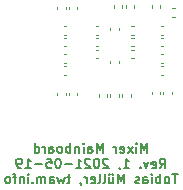
<source format=gbr>
%TF.GenerationSoftware,KiCad,Pcbnew,(5.99.0-10579-g11785b08fe)*%
%TF.CreationDate,2021-05-20T20:29:29+02:00*%
%TF.ProjectId,Mainboard,4d61696e-626f-4617-9264-2e6b69636164,1*%
%TF.SameCoordinates,Original*%
%TF.FileFunction,Legend,Bot*%
%TF.FilePolarity,Positive*%
%FSLAX46Y46*%
G04 Gerber Fmt 4.6, Leading zero omitted, Abs format (unit mm)*
G04 Created by KiCad (PCBNEW (5.99.0-10579-g11785b08fe)) date 2021-05-20 20:29:29*
%MOMM*%
%LPD*%
G01*
G04 APERTURE LIST*
%ADD10C,0.150000*%
%ADD11C,0.120000*%
G04 APERTURE END LIST*
D10*
X154742857Y-104073904D02*
X154742857Y-103273904D01*
X154476190Y-103845333D01*
X154209523Y-103273904D01*
X154209523Y-104073904D01*
X153828571Y-104073904D02*
X153828571Y-103540571D01*
X153828571Y-103273904D02*
X153866666Y-103312000D01*
X153828571Y-103350095D01*
X153790476Y-103312000D01*
X153828571Y-103273904D01*
X153828571Y-103350095D01*
X153523809Y-104073904D02*
X153104761Y-103540571D01*
X153523809Y-103540571D02*
X153104761Y-104073904D01*
X152495238Y-104035809D02*
X152571428Y-104073904D01*
X152723809Y-104073904D01*
X152800000Y-104035809D01*
X152838095Y-103959619D01*
X152838095Y-103654857D01*
X152800000Y-103578666D01*
X152723809Y-103540571D01*
X152571428Y-103540571D01*
X152495238Y-103578666D01*
X152457142Y-103654857D01*
X152457142Y-103731047D01*
X152838095Y-103807238D01*
X152114285Y-104073904D02*
X152114285Y-103540571D01*
X152114285Y-103692952D02*
X152076190Y-103616761D01*
X152038095Y-103578666D01*
X151961904Y-103540571D01*
X151885714Y-103540571D01*
X151009523Y-104073904D02*
X151009523Y-103273904D01*
X150742857Y-103845333D01*
X150476190Y-103273904D01*
X150476190Y-104073904D01*
X149752380Y-104073904D02*
X149752380Y-103654857D01*
X149790476Y-103578666D01*
X149866666Y-103540571D01*
X150019047Y-103540571D01*
X150095238Y-103578666D01*
X149752380Y-104035809D02*
X149828571Y-104073904D01*
X150019047Y-104073904D01*
X150095238Y-104035809D01*
X150133333Y-103959619D01*
X150133333Y-103883428D01*
X150095238Y-103807238D01*
X150019047Y-103769142D01*
X149828571Y-103769142D01*
X149752380Y-103731047D01*
X149371428Y-104073904D02*
X149371428Y-103540571D01*
X149371428Y-103273904D02*
X149409523Y-103312000D01*
X149371428Y-103350095D01*
X149333333Y-103312000D01*
X149371428Y-103273904D01*
X149371428Y-103350095D01*
X148990476Y-103540571D02*
X148990476Y-104073904D01*
X148990476Y-103616761D02*
X148952380Y-103578666D01*
X148876190Y-103540571D01*
X148761904Y-103540571D01*
X148685714Y-103578666D01*
X148647619Y-103654857D01*
X148647619Y-104073904D01*
X148266666Y-104073904D02*
X148266666Y-103273904D01*
X148266666Y-103578666D02*
X148190476Y-103540571D01*
X148038095Y-103540571D01*
X147961904Y-103578666D01*
X147923809Y-103616761D01*
X147885714Y-103692952D01*
X147885714Y-103921523D01*
X147923809Y-103997714D01*
X147961904Y-104035809D01*
X148038095Y-104073904D01*
X148190476Y-104073904D01*
X148266666Y-104035809D01*
X147428571Y-104073904D02*
X147504761Y-104035809D01*
X147542857Y-103997714D01*
X147580952Y-103921523D01*
X147580952Y-103692952D01*
X147542857Y-103616761D01*
X147504761Y-103578666D01*
X147428571Y-103540571D01*
X147314285Y-103540571D01*
X147238095Y-103578666D01*
X147200000Y-103616761D01*
X147161904Y-103692952D01*
X147161904Y-103921523D01*
X147200000Y-103997714D01*
X147238095Y-104035809D01*
X147314285Y-104073904D01*
X147428571Y-104073904D01*
X146476190Y-104073904D02*
X146476190Y-103654857D01*
X146514285Y-103578666D01*
X146590476Y-103540571D01*
X146742857Y-103540571D01*
X146819047Y-103578666D01*
X146476190Y-104035809D02*
X146552380Y-104073904D01*
X146742857Y-104073904D01*
X146819047Y-104035809D01*
X146857142Y-103959619D01*
X146857142Y-103883428D01*
X146819047Y-103807238D01*
X146742857Y-103769142D01*
X146552380Y-103769142D01*
X146476190Y-103731047D01*
X146095238Y-104073904D02*
X146095238Y-103540571D01*
X146095238Y-103692952D02*
X146057142Y-103616761D01*
X146019047Y-103578666D01*
X145942857Y-103540571D01*
X145866666Y-103540571D01*
X145257142Y-104073904D02*
X145257142Y-103273904D01*
X145257142Y-104035809D02*
X145333333Y-104073904D01*
X145485714Y-104073904D01*
X145561904Y-104035809D01*
X145600000Y-103997714D01*
X145638095Y-103921523D01*
X145638095Y-103692952D01*
X145600000Y-103616761D01*
X145561904Y-103578666D01*
X145485714Y-103540571D01*
X145333333Y-103540571D01*
X145257142Y-103578666D01*
X155809523Y-105361904D02*
X156076190Y-104980952D01*
X156266666Y-105361904D02*
X156266666Y-104561904D01*
X155961904Y-104561904D01*
X155885714Y-104600000D01*
X155847619Y-104638095D01*
X155809523Y-104714285D01*
X155809523Y-104828571D01*
X155847619Y-104904761D01*
X155885714Y-104942857D01*
X155961904Y-104980952D01*
X156266666Y-104980952D01*
X155161904Y-105323809D02*
X155238095Y-105361904D01*
X155390476Y-105361904D01*
X155466666Y-105323809D01*
X155504761Y-105247619D01*
X155504761Y-104942857D01*
X155466666Y-104866666D01*
X155390476Y-104828571D01*
X155238095Y-104828571D01*
X155161904Y-104866666D01*
X155123809Y-104942857D01*
X155123809Y-105019047D01*
X155504761Y-105095238D01*
X154857142Y-104828571D02*
X154666666Y-105361904D01*
X154476190Y-104828571D01*
X154171428Y-105285714D02*
X154133333Y-105323809D01*
X154171428Y-105361904D01*
X154209523Y-105323809D01*
X154171428Y-105285714D01*
X154171428Y-105361904D01*
X152761904Y-105361904D02*
X153219047Y-105361904D01*
X152990476Y-105361904D02*
X152990476Y-104561904D01*
X153066666Y-104676190D01*
X153142857Y-104752380D01*
X153219047Y-104790476D01*
X152380952Y-105323809D02*
X152380952Y-105361904D01*
X152419047Y-105438095D01*
X152457142Y-105476190D01*
X151466666Y-104638095D02*
X151428571Y-104600000D01*
X151352380Y-104561904D01*
X151161904Y-104561904D01*
X151085714Y-104600000D01*
X151047619Y-104638095D01*
X151009523Y-104714285D01*
X151009523Y-104790476D01*
X151047619Y-104904761D01*
X151504761Y-105361904D01*
X151009523Y-105361904D01*
X150514285Y-104561904D02*
X150438095Y-104561904D01*
X150361904Y-104600000D01*
X150323809Y-104638095D01*
X150285714Y-104714285D01*
X150247619Y-104866666D01*
X150247619Y-105057142D01*
X150285714Y-105209523D01*
X150323809Y-105285714D01*
X150361904Y-105323809D01*
X150438095Y-105361904D01*
X150514285Y-105361904D01*
X150590476Y-105323809D01*
X150628571Y-105285714D01*
X150666666Y-105209523D01*
X150704761Y-105057142D01*
X150704761Y-104866666D01*
X150666666Y-104714285D01*
X150628571Y-104638095D01*
X150590476Y-104600000D01*
X150514285Y-104561904D01*
X149942857Y-104638095D02*
X149904761Y-104600000D01*
X149828571Y-104561904D01*
X149638095Y-104561904D01*
X149561904Y-104600000D01*
X149523809Y-104638095D01*
X149485714Y-104714285D01*
X149485714Y-104790476D01*
X149523809Y-104904761D01*
X149980952Y-105361904D01*
X149485714Y-105361904D01*
X148723809Y-105361904D02*
X149180952Y-105361904D01*
X148952380Y-105361904D02*
X148952380Y-104561904D01*
X149028571Y-104676190D01*
X149104761Y-104752380D01*
X149180952Y-104790476D01*
X148380952Y-105057142D02*
X147771428Y-105057142D01*
X147238095Y-104561904D02*
X147161904Y-104561904D01*
X147085714Y-104600000D01*
X147047619Y-104638095D01*
X147009523Y-104714285D01*
X146971428Y-104866666D01*
X146971428Y-105057142D01*
X147009523Y-105209523D01*
X147047619Y-105285714D01*
X147085714Y-105323809D01*
X147161904Y-105361904D01*
X147238095Y-105361904D01*
X147314285Y-105323809D01*
X147352380Y-105285714D01*
X147390476Y-105209523D01*
X147428571Y-105057142D01*
X147428571Y-104866666D01*
X147390476Y-104714285D01*
X147352380Y-104638095D01*
X147314285Y-104600000D01*
X147238095Y-104561904D01*
X146247619Y-104561904D02*
X146628571Y-104561904D01*
X146666666Y-104942857D01*
X146628571Y-104904761D01*
X146552380Y-104866666D01*
X146361904Y-104866666D01*
X146285714Y-104904761D01*
X146247619Y-104942857D01*
X146209523Y-105019047D01*
X146209523Y-105209523D01*
X146247619Y-105285714D01*
X146285714Y-105323809D01*
X146361904Y-105361904D01*
X146552380Y-105361904D01*
X146628571Y-105323809D01*
X146666666Y-105285714D01*
X145866666Y-105057142D02*
X145257142Y-105057142D01*
X144457142Y-105361904D02*
X144914285Y-105361904D01*
X144685714Y-105361904D02*
X144685714Y-104561904D01*
X144761904Y-104676190D01*
X144838095Y-104752380D01*
X144914285Y-104790476D01*
X144076190Y-105361904D02*
X143923809Y-105361904D01*
X143847619Y-105323809D01*
X143809523Y-105285714D01*
X143733333Y-105171428D01*
X143695238Y-105019047D01*
X143695238Y-104714285D01*
X143733333Y-104638095D01*
X143771428Y-104600000D01*
X143847619Y-104561904D01*
X144000000Y-104561904D01*
X144076190Y-104600000D01*
X144114285Y-104638095D01*
X144152380Y-104714285D01*
X144152380Y-104904761D01*
X144114285Y-104980952D01*
X144076190Y-105019047D01*
X144000000Y-105057142D01*
X143847619Y-105057142D01*
X143771428Y-105019047D01*
X143733333Y-104980952D01*
X143695238Y-104904761D01*
X157333333Y-105849904D02*
X156876190Y-105849904D01*
X157104761Y-106649904D02*
X157104761Y-105849904D01*
X156495238Y-106649904D02*
X156571428Y-106611809D01*
X156609523Y-106573714D01*
X156647619Y-106497523D01*
X156647619Y-106268952D01*
X156609523Y-106192761D01*
X156571428Y-106154666D01*
X156495238Y-106116571D01*
X156380952Y-106116571D01*
X156304761Y-106154666D01*
X156266666Y-106192761D01*
X156228571Y-106268952D01*
X156228571Y-106497523D01*
X156266666Y-106573714D01*
X156304761Y-106611809D01*
X156380952Y-106649904D01*
X156495238Y-106649904D01*
X155885714Y-106649904D02*
X155885714Y-105849904D01*
X155885714Y-106154666D02*
X155809523Y-106116571D01*
X155657142Y-106116571D01*
X155580952Y-106154666D01*
X155542857Y-106192761D01*
X155504761Y-106268952D01*
X155504761Y-106497523D01*
X155542857Y-106573714D01*
X155580952Y-106611809D01*
X155657142Y-106649904D01*
X155809523Y-106649904D01*
X155885714Y-106611809D01*
X155161904Y-106649904D02*
X155161904Y-106116571D01*
X155161904Y-105849904D02*
X155200000Y-105888000D01*
X155161904Y-105926095D01*
X155123809Y-105888000D01*
X155161904Y-105849904D01*
X155161904Y-105926095D01*
X154438095Y-106649904D02*
X154438095Y-106230857D01*
X154476190Y-106154666D01*
X154552380Y-106116571D01*
X154704761Y-106116571D01*
X154780952Y-106154666D01*
X154438095Y-106611809D02*
X154514285Y-106649904D01*
X154704761Y-106649904D01*
X154780952Y-106611809D01*
X154819047Y-106535619D01*
X154819047Y-106459428D01*
X154780952Y-106383238D01*
X154704761Y-106345142D01*
X154514285Y-106345142D01*
X154438095Y-106307047D01*
X154095238Y-106611809D02*
X154019047Y-106649904D01*
X153866666Y-106649904D01*
X153790476Y-106611809D01*
X153752380Y-106535619D01*
X153752380Y-106497523D01*
X153790476Y-106421333D01*
X153866666Y-106383238D01*
X153980952Y-106383238D01*
X154057142Y-106345142D01*
X154095238Y-106268952D01*
X154095238Y-106230857D01*
X154057142Y-106154666D01*
X153980952Y-106116571D01*
X153866666Y-106116571D01*
X153790476Y-106154666D01*
X152800000Y-106649904D02*
X152800000Y-105849904D01*
X152533333Y-106421333D01*
X152266666Y-105849904D01*
X152266666Y-106649904D01*
X151542857Y-106116571D02*
X151542857Y-106649904D01*
X151885714Y-106116571D02*
X151885714Y-106535619D01*
X151847619Y-106611809D01*
X151771428Y-106649904D01*
X151657142Y-106649904D01*
X151580952Y-106611809D01*
X151542857Y-106573714D01*
X151847619Y-105849904D02*
X151809523Y-105888000D01*
X151847619Y-105926095D01*
X151885714Y-105888000D01*
X151847619Y-105849904D01*
X151847619Y-105926095D01*
X151542857Y-105849904D02*
X151504761Y-105888000D01*
X151542857Y-105926095D01*
X151580952Y-105888000D01*
X151542857Y-105849904D01*
X151542857Y-105926095D01*
X151047619Y-106649904D02*
X151123809Y-106611809D01*
X151161904Y-106535619D01*
X151161904Y-105849904D01*
X150628571Y-106649904D02*
X150704761Y-106611809D01*
X150742857Y-106535619D01*
X150742857Y-105849904D01*
X150019047Y-106611809D02*
X150095238Y-106649904D01*
X150247619Y-106649904D01*
X150323809Y-106611809D01*
X150361904Y-106535619D01*
X150361904Y-106230857D01*
X150323809Y-106154666D01*
X150247619Y-106116571D01*
X150095238Y-106116571D01*
X150019047Y-106154666D01*
X149980952Y-106230857D01*
X149980952Y-106307047D01*
X150361904Y-106383238D01*
X149638095Y-106649904D02*
X149638095Y-106116571D01*
X149638095Y-106268952D02*
X149600000Y-106192761D01*
X149561904Y-106154666D01*
X149485714Y-106116571D01*
X149409523Y-106116571D01*
X149104761Y-106611809D02*
X149104761Y-106649904D01*
X149142857Y-106726095D01*
X149180952Y-106764190D01*
X148266666Y-106116571D02*
X147961904Y-106116571D01*
X148152380Y-105849904D02*
X148152380Y-106535619D01*
X148114285Y-106611809D01*
X148038095Y-106649904D01*
X147961904Y-106649904D01*
X147771428Y-106116571D02*
X147619047Y-106649904D01*
X147466666Y-106268952D01*
X147314285Y-106649904D01*
X147161904Y-106116571D01*
X146514285Y-106649904D02*
X146514285Y-106230857D01*
X146552380Y-106154666D01*
X146628571Y-106116571D01*
X146780952Y-106116571D01*
X146857142Y-106154666D01*
X146514285Y-106611809D02*
X146590476Y-106649904D01*
X146780952Y-106649904D01*
X146857142Y-106611809D01*
X146895238Y-106535619D01*
X146895238Y-106459428D01*
X146857142Y-106383238D01*
X146780952Y-106345142D01*
X146590476Y-106345142D01*
X146514285Y-106307047D01*
X146133333Y-106649904D02*
X146133333Y-106116571D01*
X146133333Y-106192761D02*
X146095238Y-106154666D01*
X146019047Y-106116571D01*
X145904761Y-106116571D01*
X145828571Y-106154666D01*
X145790476Y-106230857D01*
X145790476Y-106649904D01*
X145790476Y-106230857D02*
X145752380Y-106154666D01*
X145676190Y-106116571D01*
X145561904Y-106116571D01*
X145485714Y-106154666D01*
X145447619Y-106230857D01*
X145447619Y-106649904D01*
X145066666Y-106573714D02*
X145028571Y-106611809D01*
X145066666Y-106649904D01*
X145104761Y-106611809D01*
X145066666Y-106573714D01*
X145066666Y-106649904D01*
X144685714Y-106649904D02*
X144685714Y-106116571D01*
X144685714Y-105849904D02*
X144723809Y-105888000D01*
X144685714Y-105926095D01*
X144647619Y-105888000D01*
X144685714Y-105849904D01*
X144685714Y-105926095D01*
X144304761Y-106116571D02*
X144304761Y-106649904D01*
X144304761Y-106192761D02*
X144266666Y-106154666D01*
X144190476Y-106116571D01*
X144076190Y-106116571D01*
X144000000Y-106154666D01*
X143961904Y-106230857D01*
X143961904Y-106649904D01*
X143695238Y-106116571D02*
X143390476Y-106116571D01*
X143580952Y-106649904D02*
X143580952Y-105964190D01*
X143542857Y-105888000D01*
X143466666Y-105849904D01*
X143390476Y-105849904D01*
X143009523Y-106649904D02*
X143085714Y-106611809D01*
X143123809Y-106573714D01*
X143161904Y-106497523D01*
X143161904Y-106268952D01*
X143123809Y-106192761D01*
X143085714Y-106154666D01*
X143009523Y-106116571D01*
X142895238Y-106116571D01*
X142819047Y-106154666D01*
X142780952Y-106192761D01*
X142742857Y-106268952D01*
X142742857Y-106497523D01*
X142780952Y-106573714D01*
X142819047Y-106611809D01*
X142895238Y-106649904D01*
X143009523Y-106649904D01*
D11*
%TO.C,C38*%
X147860000Y-91907836D02*
X147860000Y-91692164D01*
X147140000Y-91907836D02*
X147140000Y-91692164D01*
%TO.C,C47*%
X150392164Y-94340000D02*
X150607836Y-94340000D01*
X150392164Y-95060000D02*
X150607836Y-95060000D01*
%TO.C,C32*%
X153360000Y-99092164D02*
X153360000Y-99307836D01*
X152640000Y-99092164D02*
X152640000Y-99307836D01*
%TO.C,C34*%
X156892164Y-92560000D02*
X157107836Y-92560000D01*
X156892164Y-91840000D02*
X157107836Y-91840000D01*
%TO.C,C39*%
X148140000Y-98992164D02*
X148140000Y-99207836D01*
X148860000Y-98992164D02*
X148860000Y-99207836D01*
%TO.C,C49*%
X152360000Y-96507836D02*
X152360000Y-96292164D01*
X151640000Y-96507836D02*
X151640000Y-96292164D01*
%TO.C,C36*%
X147860000Y-98992164D02*
X147860000Y-99207836D01*
X147140000Y-98992164D02*
X147140000Y-99207836D01*
%TO.C,C30*%
X151360000Y-99092164D02*
X151360000Y-99307836D01*
X150640000Y-99092164D02*
X150640000Y-99307836D01*
%TO.C,C26*%
X147907836Y-93340000D02*
X147692164Y-93340000D01*
X147907836Y-94060000D02*
X147692164Y-94060000D01*
%TO.C,C25*%
X147907836Y-94340000D02*
X147692164Y-94340000D01*
X147907836Y-95060000D02*
X147692164Y-95060000D01*
%TO.C,C44*%
X151640000Y-93492164D02*
X151640000Y-93707836D01*
X152360000Y-93492164D02*
X152360000Y-93707836D01*
%TO.C,C33*%
X152940000Y-91807836D02*
X152940000Y-91592164D01*
X153660000Y-91807836D02*
X153660000Y-91592164D01*
%TO.C,C21*%
X155892164Y-96740000D02*
X156107836Y-96740000D01*
X155892164Y-97460000D02*
X156107836Y-97460000D01*
%TO.C,C40*%
X156860000Y-98892164D02*
X156860000Y-99107836D01*
X156140000Y-98892164D02*
X156140000Y-99107836D01*
%TO.C,C23*%
X155892164Y-95060000D02*
X156107836Y-95060000D01*
X155892164Y-94340000D02*
X156107836Y-94340000D01*
%TO.C,C27*%
X147907836Y-96460000D02*
X147692164Y-96460000D01*
X147907836Y-95740000D02*
X147692164Y-95740000D01*
%TO.C,C46*%
X150392164Y-96060000D02*
X150607836Y-96060000D01*
X150392164Y-95340000D02*
X150607836Y-95340000D01*
%TO.C,C28*%
X147907836Y-96740000D02*
X147692164Y-96740000D01*
X147907836Y-97460000D02*
X147692164Y-97460000D01*
%TO.C,C35*%
X155140000Y-91807836D02*
X155140000Y-91592164D01*
X155860000Y-91807836D02*
X155860000Y-91592164D01*
%TO.C,C45*%
X153607836Y-94060000D02*
X153392164Y-94060000D01*
X153607836Y-93340000D02*
X153392164Y-93340000D01*
%TO.C,C48*%
X153607836Y-94340000D02*
X153392164Y-94340000D01*
X153607836Y-95060000D02*
X153392164Y-95060000D01*
%TO.C,C31*%
X152360000Y-99092164D02*
X152360000Y-99307836D01*
X151640000Y-99092164D02*
X151640000Y-99307836D01*
%TO.C,C43*%
X153607836Y-96060000D02*
X153392164Y-96060000D01*
X153607836Y-95340000D02*
X153392164Y-95340000D01*
%TO.C,C22*%
X155892164Y-96460000D02*
X156107836Y-96460000D01*
X155892164Y-95740000D02*
X156107836Y-95740000D01*
%TO.C,C37*%
X148860000Y-91907836D02*
X148860000Y-91692164D01*
X148140000Y-91907836D02*
X148140000Y-91692164D01*
%TO.C,C24*%
X155892164Y-93340000D02*
X156107836Y-93340000D01*
X155892164Y-94060000D02*
X156107836Y-94060000D01*
%TO.C,C29*%
X151940000Y-91807836D02*
X151940000Y-91592164D01*
X152660000Y-91807836D02*
X152660000Y-91592164D01*
%TO.C,C42*%
X150392164Y-93340000D02*
X150607836Y-93340000D01*
X150392164Y-94060000D02*
X150607836Y-94060000D01*
%TO.C,C41*%
X155140000Y-98892164D02*
X155140000Y-99107836D01*
X155860000Y-98892164D02*
X155860000Y-99107836D01*
%TD*%
M02*

</source>
